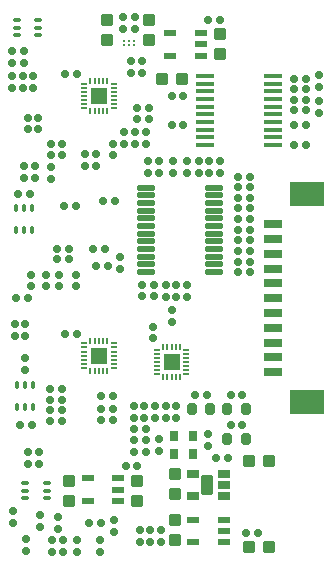
<source format=gbr>
G04*
G04 #@! TF.GenerationSoftware,Altium Limited,Altium Designer,24.9.1 (31)*
G04*
G04 Layer_Color=8421504*
%FSLAX44Y44*%
%MOMM*%
G71*
G04*
G04 #@! TF.SameCoordinates,3E31175B-2F74-4D0F-94E8-FEE4F86157FB*
G04*
G04*
G04 #@! TF.FilePolarity,Positive*
G04*
G01*
G75*
G04:AMPARAMS|DCode=13|XSize=1.1mm|YSize=1mm|CornerRadius=0.25mm|HoleSize=0mm|Usage=FLASHONLY|Rotation=180.000|XOffset=0mm|YOffset=0mm|HoleType=Round|Shape=RoundedRectangle|*
%AMROUNDEDRECTD13*
21,1,1.1000,0.5000,0,0,180.0*
21,1,0.6000,1.0000,0,0,180.0*
1,1,0.5000,-0.3000,0.2500*
1,1,0.5000,0.3000,0.2500*
1,1,0.5000,0.3000,-0.2500*
1,1,0.5000,-0.3000,-0.2500*
%
%ADD13ROUNDEDRECTD13*%
G04:AMPARAMS|DCode=14|XSize=0.65mm|YSize=0.6mm|CornerRadius=0.15mm|HoleSize=0mm|Usage=FLASHONLY|Rotation=180.000|XOffset=0mm|YOffset=0mm|HoleType=Round|Shape=RoundedRectangle|*
%AMROUNDEDRECTD14*
21,1,0.6500,0.3000,0,0,180.0*
21,1,0.3500,0.6000,0,0,180.0*
1,1,0.3000,-0.1750,0.1500*
1,1,0.3000,0.1750,0.1500*
1,1,0.3000,0.1750,-0.1500*
1,1,0.3000,-0.1750,-0.1500*
%
%ADD14ROUNDEDRECTD14*%
G04:AMPARAMS|DCode=15|XSize=0.65mm|YSize=0.6mm|CornerRadius=0.15mm|HoleSize=0mm|Usage=FLASHONLY|Rotation=90.000|XOffset=0mm|YOffset=0mm|HoleType=Round|Shape=RoundedRectangle|*
%AMROUNDEDRECTD15*
21,1,0.6500,0.3000,0,0,90.0*
21,1,0.3500,0.6000,0,0,90.0*
1,1,0.3000,0.1500,0.1750*
1,1,0.3000,0.1500,-0.1750*
1,1,0.3000,-0.1500,-0.1750*
1,1,0.3000,-0.1500,0.1750*
%
%ADD15ROUNDEDRECTD15*%
G04:AMPARAMS|DCode=16|XSize=1.1mm|YSize=1mm|CornerRadius=0.25mm|HoleSize=0mm|Usage=FLASHONLY|Rotation=90.000|XOffset=0mm|YOffset=0mm|HoleType=Round|Shape=RoundedRectangle|*
%AMROUNDEDRECTD16*
21,1,1.1000,0.5000,0,0,90.0*
21,1,0.6000,1.0000,0,0,90.0*
1,1,0.5000,0.2500,0.3000*
1,1,0.5000,0.2500,-0.3000*
1,1,0.5000,-0.2500,-0.3000*
1,1,0.5000,-0.2500,0.3000*
%
%ADD16ROUNDEDRECTD16*%
%ADD17C,0.2000*%
G04:AMPARAMS|DCode=18|XSize=1.5mm|YSize=0.4mm|CornerRadius=0.1mm|HoleSize=0mm|Usage=FLASHONLY|Rotation=0.000|XOffset=0mm|YOffset=0mm|HoleType=Round|Shape=RoundedRectangle|*
%AMROUNDEDRECTD18*
21,1,1.5000,0.2000,0,0,0.0*
21,1,1.3000,0.4000,0,0,0.0*
1,1,0.2000,0.6500,-0.1000*
1,1,0.2000,-0.6500,-0.1000*
1,1,0.2000,-0.6500,0.1000*
1,1,0.2000,0.6500,0.1000*
%
%ADD18ROUNDEDRECTD18*%
G04:AMPARAMS|DCode=19|XSize=1.5mm|YSize=0.45mm|CornerRadius=0.1125mm|HoleSize=0mm|Usage=FLASHONLY|Rotation=0.000|XOffset=0mm|YOffset=0mm|HoleType=Round|Shape=RoundedRectangle|*
%AMROUNDEDRECTD19*
21,1,1.5000,0.2250,0,0,0.0*
21,1,1.2750,0.4500,0,0,0.0*
1,1,0.2250,0.6375,-0.1125*
1,1,0.2250,-0.6375,-0.1125*
1,1,0.2250,-0.6375,0.1125*
1,1,0.2250,0.6375,0.1125*
%
%ADD19ROUNDEDRECTD19*%
G04:AMPARAMS|DCode=20|XSize=1.1mm|YSize=0.6mm|CornerRadius=0.05mm|HoleSize=0mm|Usage=FLASHONLY|Rotation=180.000|XOffset=0mm|YOffset=0mm|HoleType=Round|Shape=RoundedRectangle|*
%AMROUNDEDRECTD20*
21,1,1.1000,0.5000,0,0,180.0*
21,1,1.0000,0.6000,0,0,180.0*
1,1,0.1000,-0.5000,0.2500*
1,1,0.1000,0.5000,0.2500*
1,1,0.1000,0.5000,-0.2500*
1,1,0.1000,-0.5000,-0.2500*
%
%ADD20ROUNDEDRECTD20*%
G04:AMPARAMS|DCode=21|XSize=0.975mm|YSize=1.7mm|CornerRadius=0.05mm|HoleSize=0mm|Usage=FLASHONLY|Rotation=180.000|XOffset=0mm|YOffset=0mm|HoleType=Round|Shape=RoundedRectangle|*
%AMROUNDEDRECTD21*
21,1,0.9750,1.6000,0,0,180.0*
21,1,0.8750,1.7000,0,0,180.0*
1,1,0.1000,-0.4375,0.8000*
1,1,0.1000,0.4375,0.8000*
1,1,0.1000,0.4375,-0.8000*
1,1,0.1000,-0.4375,-0.8000*
%
%ADD21ROUNDEDRECTD21*%
%ADD22R,1.1000X0.6000*%
G04:AMPARAMS|DCode=23|XSize=0.95mm|YSize=0.85mm|CornerRadius=0.2125mm|HoleSize=0mm|Usage=FLASHONLY|Rotation=90.000|XOffset=0mm|YOffset=0mm|HoleType=Round|Shape=RoundedRectangle|*
%AMROUNDEDRECTD23*
21,1,0.9500,0.4250,0,0,90.0*
21,1,0.5250,0.8500,0,0,90.0*
1,1,0.4250,0.2125,0.2625*
1,1,0.4250,0.2125,-0.2625*
1,1,0.4250,-0.2125,-0.2625*
1,1,0.4250,-0.2125,0.2625*
%
%ADD23ROUNDEDRECTD23*%
%ADD24R,0.1778X0.6096*%
%ADD25R,0.6096X0.1778*%
%ADD26R,1.4478X1.4478*%
G04:AMPARAMS|DCode=27|XSize=0.3mm|YSize=0.66mm|CornerRadius=0.075mm|HoleSize=0mm|Usage=FLASHONLY|Rotation=270.000|XOffset=0mm|YOffset=0mm|HoleType=Round|Shape=RoundedRectangle|*
%AMROUNDEDRECTD27*
21,1,0.3000,0.5100,0,0,270.0*
21,1,0.1500,0.6600,0,0,270.0*
1,1,0.1500,-0.2550,-0.0750*
1,1,0.1500,-0.2550,0.0750*
1,1,0.1500,0.2550,0.0750*
1,1,0.1500,0.2550,-0.0750*
%
%ADD27ROUNDEDRECTD27*%
G04:AMPARAMS|DCode=28|XSize=0.3mm|YSize=0.66mm|CornerRadius=0.075mm|HoleSize=0mm|Usage=FLASHONLY|Rotation=0.000|XOffset=0mm|YOffset=0mm|HoleType=Round|Shape=RoundedRectangle|*
%AMROUNDEDRECTD28*
21,1,0.3000,0.5100,0,0,0.0*
21,1,0.1500,0.6600,0,0,0.0*
1,1,0.1500,0.0750,-0.2550*
1,1,0.1500,-0.0750,-0.2550*
1,1,0.1500,-0.0750,0.2550*
1,1,0.1500,0.0750,0.2550*
%
%ADD28ROUNDEDRECTD28*%
%ADD29R,0.6500X0.8500*%
%ADD30R,1.6000X0.8000*%
%ADD31R,3.0000X2.1000*%
D13*
X148500Y406000D02*
D03*
X131500D02*
D03*
X205500Y82000D02*
D03*
X222500D02*
D03*
Y9000D02*
D03*
X205500D02*
D03*
D14*
X12000Y113000D02*
D03*
X22000D02*
D03*
X188000Y85000D02*
D03*
X178000D02*
D03*
X171000Y456000D02*
D03*
X181000D02*
D03*
X111000Y78000D02*
D03*
X101000D02*
D03*
X213000Y21000D02*
D03*
X203000D02*
D03*
X140000Y391000D02*
D03*
X150000D02*
D03*
X80000Y117000D02*
D03*
X90000D02*
D03*
X140000Y367000D02*
D03*
X150000D02*
D03*
X53000Y262000D02*
D03*
X43000D02*
D03*
X83250D02*
D03*
X73250D02*
D03*
X244000Y350000D02*
D03*
X254000D02*
D03*
X254000Y367000D02*
D03*
X244000D02*
D03*
X254000Y379000D02*
D03*
X244000D02*
D03*
X90000Y126600D02*
D03*
X80000D02*
D03*
X200000Y113000D02*
D03*
X190000D02*
D03*
X159750Y138000D02*
D03*
X169750D02*
D03*
X190000Y138000D02*
D03*
X200000D02*
D03*
X206000Y242000D02*
D03*
X196000D02*
D03*
Y251000D02*
D03*
X206000D02*
D03*
Y269000D02*
D03*
X196000D02*
D03*
Y278000D02*
D03*
X206000D02*
D03*
Y305000D02*
D03*
X196000D02*
D03*
Y314000D02*
D03*
X206000D02*
D03*
Y260000D02*
D03*
X196000D02*
D03*
Y287000D02*
D03*
X206000D02*
D03*
Y296000D02*
D03*
X196000D02*
D03*
Y323000D02*
D03*
X206000D02*
D03*
X244000Y397000D02*
D03*
X254000D02*
D03*
Y388000D02*
D03*
X244000D02*
D03*
X18000Y220000D02*
D03*
X8000D02*
D03*
X118000Y100000D02*
D03*
X108000D02*
D03*
X118000Y109000D02*
D03*
X108000D02*
D03*
X37000Y134000D02*
D03*
X47000D02*
D03*
X125250Y231000D02*
D03*
X115250D02*
D03*
X125250Y222000D02*
D03*
X115250D02*
D03*
X47000Y125000D02*
D03*
X37000D02*
D03*
X59000Y298000D02*
D03*
X49000D02*
D03*
X111000Y381000D02*
D03*
X121000D02*
D03*
X37000Y116000D02*
D03*
X47000D02*
D03*
X111000Y372000D02*
D03*
X121000D02*
D03*
X118000Y90000D02*
D03*
X108000D02*
D03*
X80000Y30000D02*
D03*
X70000D02*
D03*
X47000Y143000D02*
D03*
X37000D02*
D03*
X90000Y137000D02*
D03*
X80000D02*
D03*
X76000Y247000D02*
D03*
X86000D02*
D03*
X53000Y253000D02*
D03*
X43000D02*
D03*
X92000Y302000D02*
D03*
X82000D02*
D03*
X60000Y410000D02*
D03*
X50000D02*
D03*
Y190000D02*
D03*
X60000D02*
D03*
X10000Y308000D02*
D03*
X20000D02*
D03*
X244000Y406000D02*
D03*
X254000D02*
D03*
D15*
X24000Y322000D02*
D03*
Y332000D02*
D03*
X15000Y419000D02*
D03*
Y429000D02*
D03*
X171000Y105000D02*
D03*
Y95000D02*
D03*
X99000Y448000D02*
D03*
Y458000D02*
D03*
X265000Y409250D02*
D03*
Y399250D02*
D03*
Y387000D02*
D03*
Y377000D02*
D03*
X60000Y5000D02*
D03*
Y15000D02*
D03*
X79000D02*
D03*
Y5000D02*
D03*
X76000Y332000D02*
D03*
Y342000D02*
D03*
X67000D02*
D03*
Y332000D02*
D03*
X129000Y326000D02*
D03*
Y336000D02*
D03*
X172000D02*
D03*
Y326000D02*
D03*
X163000D02*
D03*
Y336000D02*
D03*
X153000Y326000D02*
D03*
Y336000D02*
D03*
X18000Y80000D02*
D03*
Y90000D02*
D03*
X44000Y25000D02*
D03*
Y35000D02*
D03*
X131000Y24000D02*
D03*
Y14000D02*
D03*
X17000Y16000D02*
D03*
Y6000D02*
D03*
X7000Y198000D02*
D03*
Y188000D02*
D03*
X144000Y129000D02*
D03*
Y119000D02*
D03*
X45000Y230000D02*
D03*
Y240000D02*
D03*
X15000Y322000D02*
D03*
Y332000D02*
D03*
X120000Y336000D02*
D03*
Y326000D02*
D03*
X21000Y240000D02*
D03*
Y230000D02*
D03*
X153000Y231000D02*
D03*
Y221000D02*
D03*
X14000Y398000D02*
D03*
Y408000D02*
D03*
X5000D02*
D03*
Y398000D02*
D03*
X18000Y363000D02*
D03*
Y373000D02*
D03*
X47000Y341000D02*
D03*
Y351000D02*
D03*
X106000Y421000D02*
D03*
Y411000D02*
D03*
X117000Y129000D02*
D03*
Y119000D02*
D03*
X108000D02*
D03*
Y129000D02*
D03*
X144000Y231000D02*
D03*
Y221000D02*
D03*
X34000Y230000D02*
D03*
Y240000D02*
D03*
X59000D02*
D03*
Y230000D02*
D03*
X96000Y255000D02*
D03*
Y245000D02*
D03*
X38000Y351000D02*
D03*
Y341000D02*
D03*
X109000Y351000D02*
D03*
Y361000D02*
D03*
X100000D02*
D03*
Y351000D02*
D03*
X135000Y129000D02*
D03*
Y119000D02*
D03*
X28000Y90000D02*
D03*
Y80000D02*
D03*
X113000Y14000D02*
D03*
Y24000D02*
D03*
X28300Y36300D02*
D03*
Y26300D02*
D03*
X126000Y119000D02*
D03*
Y129000D02*
D03*
X16000Y188000D02*
D03*
Y198000D02*
D03*
X140000Y200000D02*
D03*
Y210000D02*
D03*
X135000Y221000D02*
D03*
Y231000D02*
D03*
X23000Y398000D02*
D03*
Y408000D02*
D03*
X27000Y373000D02*
D03*
Y363000D02*
D03*
X118000Y361000D02*
D03*
Y351000D02*
D03*
X90000Y341000D02*
D03*
Y351000D02*
D03*
X39000Y15000D02*
D03*
Y5000D02*
D03*
X91000Y32000D02*
D03*
Y22000D02*
D03*
X48000Y15000D02*
D03*
Y5000D02*
D03*
X122000Y14000D02*
D03*
Y24000D02*
D03*
X124000Y186000D02*
D03*
Y196000D02*
D03*
X115000Y421000D02*
D03*
Y411000D02*
D03*
X129000Y101000D02*
D03*
Y91000D02*
D03*
X16000Y159000D02*
D03*
Y169000D02*
D03*
X6000Y30000D02*
D03*
Y40000D02*
D03*
X5000Y429000D02*
D03*
Y419000D02*
D03*
X141000Y326000D02*
D03*
Y336000D02*
D03*
X181000D02*
D03*
Y326000D02*
D03*
X109000Y458000D02*
D03*
Y448000D02*
D03*
X38000Y320972D02*
D03*
Y330972D02*
D03*
D16*
X121000Y438500D02*
D03*
Y455500D02*
D03*
X85000Y438500D02*
D03*
Y455500D02*
D03*
X181000Y426500D02*
D03*
Y443500D02*
D03*
X143000Y54500D02*
D03*
Y71500D02*
D03*
X53000Y65500D02*
D03*
X143000Y32500D02*
D03*
X111000Y65500D02*
D03*
Y48500D02*
D03*
X143000Y15500D02*
D03*
X53000Y48500D02*
D03*
D17*
X104000Y438000D02*
D03*
X100000Y434000D02*
D03*
X104000D02*
D03*
X100000Y438000D02*
D03*
X108000D02*
D03*
Y434000D02*
D03*
D18*
X226000Y408250D02*
D03*
Y401750D02*
D03*
Y395250D02*
D03*
Y388750D02*
D03*
Y382250D02*
D03*
Y375750D02*
D03*
Y369250D02*
D03*
Y362750D02*
D03*
Y356250D02*
D03*
Y349750D02*
D03*
X168000Y356250D02*
D03*
Y362750D02*
D03*
Y369250D02*
D03*
Y375750D02*
D03*
Y382250D02*
D03*
Y388750D02*
D03*
Y349750D02*
D03*
Y395250D02*
D03*
Y401750D02*
D03*
Y408250D02*
D03*
D19*
X176000Y313750D02*
D03*
X118000Y300750D02*
D03*
Y294250D02*
D03*
Y287750D02*
D03*
Y281250D02*
D03*
Y274750D02*
D03*
Y268250D02*
D03*
Y261750D02*
D03*
Y255250D02*
D03*
Y248750D02*
D03*
X176000Y242250D02*
D03*
Y248750D02*
D03*
Y255250D02*
D03*
Y261750D02*
D03*
Y268250D02*
D03*
Y274750D02*
D03*
Y281250D02*
D03*
Y287750D02*
D03*
Y300750D02*
D03*
Y307250D02*
D03*
X118000Y313750D02*
D03*
Y307250D02*
D03*
X176000Y294250D02*
D03*
X118000Y242250D02*
D03*
D20*
X184000Y71500D02*
D03*
X158000D02*
D03*
Y52500D02*
D03*
X184000D02*
D03*
Y62000D02*
D03*
D21*
X170375D02*
D03*
D22*
X165000Y435000D02*
D03*
X184000Y23000D02*
D03*
X95000Y58000D02*
D03*
X184000Y13500D02*
D03*
X95000Y48500D02*
D03*
X165000Y425500D02*
D03*
X158000Y13500D02*
D03*
X139000Y425500D02*
D03*
Y444500D02*
D03*
X165000D02*
D03*
X158000Y32500D02*
D03*
X184000D02*
D03*
X95000Y67500D02*
D03*
X69000D02*
D03*
Y48500D02*
D03*
D23*
X157250Y126000D02*
D03*
X202750D02*
D03*
X187250Y101000D02*
D03*
X172750Y126000D02*
D03*
X187250D02*
D03*
X202750Y101000D02*
D03*
D24*
X147000Y153500D02*
D03*
X85300Y158800D02*
D03*
Y378800D02*
D03*
Y403800D02*
D03*
Y183800D02*
D03*
X147000Y178500D02*
D03*
X71300Y183800D02*
D03*
X74800D02*
D03*
X78300D02*
D03*
X81800D02*
D03*
Y158800D02*
D03*
X78300D02*
D03*
X74800D02*
D03*
X71300D02*
D03*
X133000Y178500D02*
D03*
X136500D02*
D03*
X140000D02*
D03*
X143500D02*
D03*
Y153500D02*
D03*
X140000D02*
D03*
X136500D02*
D03*
X133000D02*
D03*
X71300Y403800D02*
D03*
X74800D02*
D03*
X78300D02*
D03*
X81800D02*
D03*
Y378800D02*
D03*
X78300D02*
D03*
X74800D02*
D03*
X71300D02*
D03*
D25*
X152500Y166000D02*
D03*
X127500D02*
D03*
Y155500D02*
D03*
X90800Y171300D02*
D03*
X65800D02*
D03*
Y160800D02*
D03*
X90800Y391300D02*
D03*
X65800D02*
D03*
Y380800D02*
D03*
X127500Y176500D02*
D03*
X65800Y181800D02*
D03*
Y401800D02*
D03*
Y164300D02*
D03*
Y167800D02*
D03*
Y174800D02*
D03*
Y178300D02*
D03*
X90800Y181800D02*
D03*
Y178300D02*
D03*
Y174800D02*
D03*
Y167800D02*
D03*
Y164300D02*
D03*
Y160800D02*
D03*
X127500Y159000D02*
D03*
Y162500D02*
D03*
Y169500D02*
D03*
Y173000D02*
D03*
X152500Y176500D02*
D03*
Y173000D02*
D03*
Y169500D02*
D03*
Y162500D02*
D03*
Y159000D02*
D03*
Y155500D02*
D03*
X65800Y384300D02*
D03*
Y387800D02*
D03*
Y394800D02*
D03*
Y398300D02*
D03*
X90800Y401800D02*
D03*
Y398300D02*
D03*
Y394800D02*
D03*
Y387800D02*
D03*
Y384300D02*
D03*
Y380800D02*
D03*
D26*
X140000Y166000D02*
D03*
X78300Y171300D02*
D03*
Y391300D02*
D03*
D27*
X8800Y442500D02*
D03*
Y449000D02*
D03*
X34200Y57000D02*
D03*
Y63500D02*
D03*
X15800Y50500D02*
D03*
X27200Y449000D02*
D03*
X15800Y57000D02*
D03*
X27200Y455500D02*
D03*
X8800D02*
D03*
X27200Y442500D02*
D03*
X15800Y63500D02*
D03*
X34200Y50500D02*
D03*
D28*
X16000Y127800D02*
D03*
X22500D02*
D03*
X15000Y277800D02*
D03*
X21500D02*
D03*
X16000Y146200D02*
D03*
X15000Y296200D02*
D03*
X9500Y146200D02*
D03*
X8500Y296200D02*
D03*
X22500Y146200D02*
D03*
X9500Y127800D02*
D03*
X21500Y296200D02*
D03*
X8500Y277800D02*
D03*
D29*
X158250Y88250D02*
D03*
X141750D02*
D03*
Y103750D02*
D03*
X158250D02*
D03*
D30*
X226000Y232500D02*
D03*
Y270000D02*
D03*
Y282500D02*
D03*
Y245000D02*
D03*
Y257500D02*
D03*
Y157500D02*
D03*
Y170000D02*
D03*
Y182500D02*
D03*
Y195000D02*
D03*
Y207500D02*
D03*
Y220000D02*
D03*
D31*
X255000Y132000D02*
D03*
Y308000D02*
D03*
M02*

</source>
